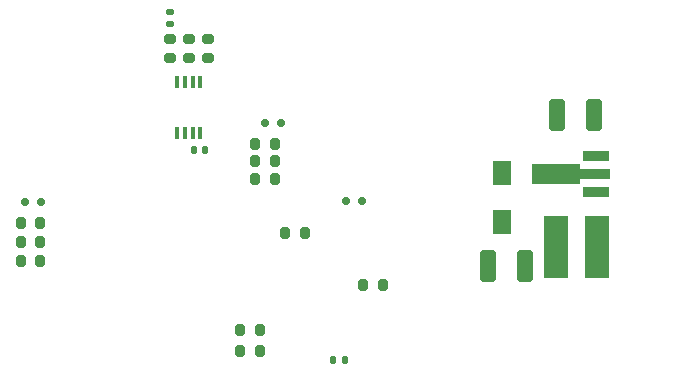
<source format=gbp>
%TF.GenerationSoftware,KiCad,Pcbnew,7.0.8*%
%TF.CreationDate,2023-10-22T00:54:02+03:00*%
%TF.ProjectId,ltp_kikad,6c74705f-6b69-46b6-9164-2e6b69636164,rev?*%
%TF.SameCoordinates,Original*%
%TF.FileFunction,Paste,Bot*%
%TF.FilePolarity,Positive*%
%FSLAX46Y46*%
G04 Gerber Fmt 4.6, Leading zero omitted, Abs format (unit mm)*
G04 Created by KiCad (PCBNEW 7.0.8) date 2023-10-22 00:54:02*
%MOMM*%
%LPD*%
G01*
G04 APERTURE LIST*
G04 Aperture macros list*
%AMRoundRect*
0 Rectangle with rounded corners*
0 $1 Rounding radius*
0 $2 $3 $4 $5 $6 $7 $8 $9 X,Y pos of 4 corners*
0 Add a 4 corners polygon primitive as box body*
4,1,4,$2,$3,$4,$5,$6,$7,$8,$9,$2,$3,0*
0 Add four circle primitives for the rounded corners*
1,1,$1+$1,$2,$3*
1,1,$1+$1,$4,$5*
1,1,$1+$1,$6,$7*
1,1,$1+$1,$8,$9*
0 Add four rect primitives between the rounded corners*
20,1,$1+$1,$2,$3,$4,$5,0*
20,1,$1+$1,$4,$5,$6,$7,0*
20,1,$1+$1,$6,$7,$8,$9,0*
20,1,$1+$1,$8,$9,$2,$3,0*%
%AMFreePoly0*
4,1,9,5.362500,-0.866500,1.237500,-0.866500,1.237500,-0.450000,-1.237500,-0.450000,-1.237500,0.450000,1.237500,0.450000,1.237500,0.866500,5.362500,0.866500,5.362500,-0.866500,5.362500,-0.866500,$1*%
G04 Aperture macros list end*
%ADD10R,2.300000X0.900000*%
%ADD11FreePoly0,180.000000*%
%ADD12RoundRect,0.150000X0.150000X0.200000X-0.150000X0.200000X-0.150000X-0.200000X0.150000X-0.200000X0*%
%ADD13RoundRect,0.200000X0.275000X-0.200000X0.275000X0.200000X-0.275000X0.200000X-0.275000X-0.200000X0*%
%ADD14RoundRect,0.250000X-0.412500X-1.100000X0.412500X-1.100000X0.412500X1.100000X-0.412500X1.100000X0*%
%ADD15RoundRect,0.250000X0.412500X1.100000X-0.412500X1.100000X-0.412500X-1.100000X0.412500X-1.100000X0*%
%ADD16RoundRect,0.200000X-0.200000X-0.275000X0.200000X-0.275000X0.200000X0.275000X-0.200000X0.275000X0*%
%ADD17R,2.000000X5.300000*%
%ADD18RoundRect,0.140000X0.170000X-0.140000X0.170000X0.140000X-0.170000X0.140000X-0.170000X-0.140000X0*%
%ADD19RoundRect,0.140000X-0.140000X-0.170000X0.140000X-0.170000X0.140000X0.170000X-0.140000X0.170000X0*%
%ADD20R,0.400000X1.100000*%
%ADD21RoundRect,0.200000X-0.275000X0.200000X-0.275000X-0.200000X0.275000X-0.200000X0.275000X0.200000X0*%
%ADD22R,1.550000X2.100000*%
%ADD23RoundRect,0.150000X-0.150000X-0.200000X0.150000X-0.200000X0.150000X0.200000X-0.150000X0.200000X0*%
G04 APERTURE END LIST*
D10*
%TO.C,IC3*%
X181237000Y-90300000D03*
D11*
X181149500Y-91800000D03*
D10*
X181237000Y-93300000D03*
%TD*%
D12*
%TO.C,D1*%
X153224500Y-87500000D03*
X154624500Y-87500000D03*
%TD*%
%TO.C,D2*%
X160087000Y-94100000D03*
X161487000Y-94100000D03*
%TD*%
D13*
%TO.C,R20*%
X145187000Y-82025000D03*
X145187000Y-80375000D03*
%TD*%
D14*
%TO.C,C14*%
X172162000Y-99600000D03*
X175287000Y-99600000D03*
%TD*%
D15*
%TO.C,C13*%
X181112000Y-86800000D03*
X177987000Y-86800000D03*
%TD*%
D16*
%TO.C,R13*%
X132562000Y-99200000D03*
X134212000Y-99200000D03*
%TD*%
D17*
%TO.C,L1*%
X177837000Y-98000000D03*
X181337000Y-98000000D03*
%TD*%
D16*
%TO.C,R12*%
X152412000Y-92250000D03*
X154062000Y-92250000D03*
%TD*%
D13*
%TO.C,R19*%
X146787000Y-82025000D03*
X146787000Y-80375000D03*
%TD*%
D16*
%TO.C,R14*%
X132562000Y-97600000D03*
X134212000Y-97600000D03*
%TD*%
D18*
%TO.C,C16*%
X145187000Y-79080000D03*
X145187000Y-78120000D03*
%TD*%
D19*
%TO.C,C15*%
X147187000Y-89800000D03*
X148147000Y-89800000D03*
%TD*%
D20*
%TO.C,U2*%
X147762000Y-88350000D03*
X147112000Y-88350000D03*
X146462000Y-88350000D03*
X145812000Y-88350000D03*
X145812000Y-84050000D03*
X146462000Y-84050000D03*
X147112000Y-84050000D03*
X147762000Y-84050000D03*
%TD*%
D16*
%TO.C,R9*%
X151155000Y-105000000D03*
X152805000Y-105000000D03*
%TD*%
D21*
%TO.C,R18*%
X148387000Y-80375000D03*
X148387000Y-82025000D03*
%TD*%
D16*
%TO.C,R15*%
X132562000Y-96000000D03*
X134212000Y-96000000D03*
%TD*%
D22*
%TO.C,D5*%
X173287000Y-91700000D03*
X173287000Y-95900000D03*
%TD*%
D16*
%TO.C,R11*%
X152412000Y-90750000D03*
X154062000Y-90750000D03*
%TD*%
%TO.C,R7*%
X151162000Y-106800000D03*
X152812000Y-106800000D03*
%TD*%
D19*
%TO.C,C12*%
X159027000Y-107600000D03*
X159987000Y-107600000D03*
%TD*%
D16*
%TO.C,R2*%
X152412000Y-89250000D03*
X154062000Y-89250000D03*
%TD*%
%TO.C,R8*%
X154962000Y-96800000D03*
X156612000Y-96800000D03*
%TD*%
D23*
%TO.C,D4*%
X134287000Y-94200000D03*
X132887000Y-94200000D03*
%TD*%
D16*
%TO.C,R6*%
X161562000Y-101200000D03*
X163212000Y-101200000D03*
%TD*%
M02*

</source>
